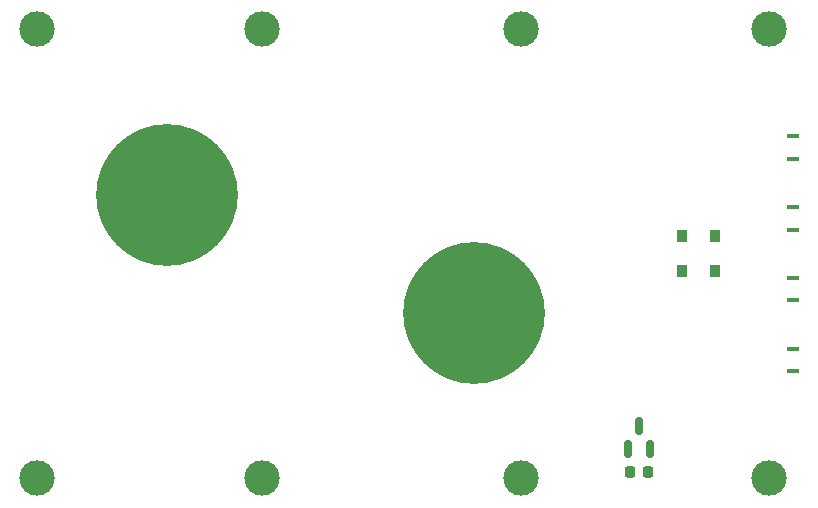
<source format=gts>
G04 #@! TF.GenerationSoftware,KiCad,Pcbnew,8.0.2-1.fc40*
G04 #@! TF.CreationDate,2024-05-26T08:19:06-07:00*
G04 #@! TF.ProjectId,busicard-bottom,62757369-6361-4726-942d-626f74746f6d,rev?*
G04 #@! TF.SameCoordinates,Original*
G04 #@! TF.FileFunction,Soldermask,Top*
G04 #@! TF.FilePolarity,Negative*
%FSLAX46Y46*%
G04 Gerber Fmt 4.6, Leading zero omitted, Abs format (unit mm)*
G04 Created by KiCad (PCBNEW 8.0.2-1.fc40) date 2024-05-26 08:19:06*
%MOMM*%
%LPD*%
G01*
G04 APERTURE LIST*
G04 Aperture macros list*
%AMRoundRect*
0 Rectangle with rounded corners*
0 $1 Rounding radius*
0 $2 $3 $4 $5 $6 $7 $8 $9 X,Y pos of 4 corners*
0 Add a 4 corners polygon primitive as box body*
4,1,4,$2,$3,$4,$5,$6,$7,$8,$9,$2,$3,0*
0 Add four circle primitives for the rounded corners*
1,1,$1+$1,$2,$3*
1,1,$1+$1,$4,$5*
1,1,$1+$1,$6,$7*
1,1,$1+$1,$8,$9*
0 Add four rect primitives between the rounded corners*
20,1,$1+$1,$2,$3,$4,$5,0*
20,1,$1+$1,$4,$5,$6,$7,0*
20,1,$1+$1,$6,$7,$8,$9,0*
20,1,$1+$1,$8,$9,$2,$3,0*%
G04 Aperture macros list end*
%ADD10R,1.000000X0.400000*%
%ADD11C,3.000000*%
%ADD12RoundRect,0.150000X0.150000X-0.587500X0.150000X0.587500X-0.150000X0.587500X-0.150000X-0.587500X0*%
%ADD13R,0.850000X1.000000*%
%ADD14C,12.000000*%
%ADD15RoundRect,0.218750X-0.218750X-0.256250X0.218750X-0.256250X0.218750X0.256250X-0.218750X0.256250X0*%
G04 APERTURE END LIST*
D10*
G04 #@! TO.C,D1*
X198000000Y-108050000D03*
X198000000Y-109950000D03*
G04 #@! TD*
D11*
G04 #@! TO.C,TP9*
X175000000Y-119000000D03*
G04 #@! TD*
D10*
G04 #@! TO.C,D3*
X198000000Y-96050000D03*
X198000000Y-97950000D03*
G04 #@! TD*
D11*
G04 #@! TO.C,TP1*
X175000000Y-81000000D03*
G04 #@! TD*
D12*
G04 #@! TO.C,U1*
X184000000Y-116500000D03*
X185900000Y-116500000D03*
X184950000Y-114625000D03*
G04 #@! TD*
D13*
G04 #@! TO.C,SW1*
X191375000Y-98525000D03*
X191375000Y-101475000D03*
X188625000Y-101475000D03*
X188625000Y-98525000D03*
G04 #@! TD*
D11*
G04 #@! TO.C,TP10*
X134000000Y-81000000D03*
G04 #@! TD*
D14*
G04 #@! TO.C,TP3*
X171000000Y-105000000D03*
G04 #@! TD*
D15*
G04 #@! TO.C,L1*
X184162500Y-118500000D03*
X185737500Y-118500000D03*
G04 #@! TD*
D11*
G04 #@! TO.C,TP5*
X196000000Y-119000000D03*
G04 #@! TD*
G04 #@! TO.C,TP6*
X196000000Y-81000000D03*
G04 #@! TD*
D10*
G04 #@! TO.C,D2*
X198000000Y-102050000D03*
X198000000Y-103950000D03*
G04 #@! TD*
D14*
G04 #@! TO.C,TP2*
X145000000Y-95000000D03*
G04 #@! TD*
D11*
G04 #@! TO.C,TP8*
X153000000Y-81000000D03*
G04 #@! TD*
G04 #@! TO.C,TP4*
X134000000Y-119000000D03*
G04 #@! TD*
G04 #@! TO.C,TP7*
X153000000Y-119000000D03*
G04 #@! TD*
D10*
G04 #@! TO.C,D4*
X198000000Y-90050000D03*
X198000000Y-91950000D03*
G04 #@! TD*
M02*

</source>
